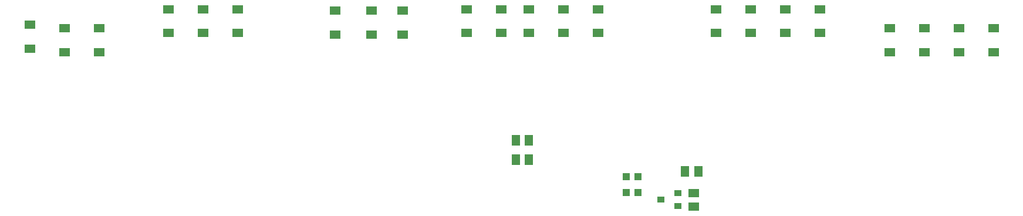
<source format=gbp>
%FSLAX42Y42*%
%MOMM*%
G71*
G01*
G75*
%ADD10C,0.30*%
%ADD11R,0.50X2.80*%
%ADD12R,2.10X1.30*%
%ADD13R,1.80X1.60*%
%ADD14C,0.40*%
%ADD15C,0.60*%
%ADD16C,0.50*%
%ADD17C,0.25*%
%ADD18C,2.00*%
%ADD19R,1.50X1.50*%
%ADD20O,1.40X1.50*%
%ADD21C,1.50*%
%ADD22C,1.40*%
%ADD23C,1.20*%
%ADD24C,0.90*%
%ADD25R,1.60X1.25*%
%ADD26R,1.10X1.00*%
%ADD27R,1.30X1.50*%
%ADD28R,1.00X0.85*%
%ADD29R,1.50X1.30*%
%ADD30R,1.00X0.50*%
%ADD31R,1.50X0.25*%
%ADD32C,0.80*%
%ADD33C,0.20*%
D25*
X1500Y-1055D02*
D03*
Y-1400D02*
D03*
X2000Y-1055D02*
D03*
Y-1400D02*
D03*
X3000Y-780D02*
D03*
Y-1125D02*
D03*
X3500Y-780D02*
D03*
Y-1125D02*
D03*
X4000Y-780D02*
D03*
Y-1125D02*
D03*
X5400Y-805D02*
D03*
Y-1150D02*
D03*
X5925Y-805D02*
D03*
Y-1150D02*
D03*
X6375Y-805D02*
D03*
Y-1150D02*
D03*
X7300Y-780D02*
D03*
Y-1125D02*
D03*
X7800Y-780D02*
D03*
Y-1125D02*
D03*
X8200Y-780D02*
D03*
Y-1125D02*
D03*
X8700Y-780D02*
D03*
Y-1125D02*
D03*
X9200Y-780D02*
D03*
Y-1125D02*
D03*
X10900Y-780D02*
D03*
Y-1125D02*
D03*
X11400Y-780D02*
D03*
Y-1125D02*
D03*
X11900Y-780D02*
D03*
Y-1125D02*
D03*
X12400Y-780D02*
D03*
Y-1125D02*
D03*
X13400Y-1055D02*
D03*
Y-1400D02*
D03*
X13900Y-1055D02*
D03*
Y-1400D02*
D03*
X14400Y-1055D02*
D03*
Y-1400D02*
D03*
X14900Y-1055D02*
D03*
Y-1400D02*
D03*
X1000Y-1350D02*
D03*
Y-1005D02*
D03*
D26*
X9775Y-3200D02*
D03*
X9605D02*
D03*
X9775Y-3425D02*
D03*
X9605D02*
D03*
D27*
X10640Y-3125D02*
D03*
X10450D02*
D03*
X8010Y-2950D02*
D03*
X8200D02*
D03*
X8010Y-2675D02*
D03*
X8200D02*
D03*
D28*
X10105Y-3525D02*
D03*
X10345Y-3620D02*
D03*
Y-3430D02*
D03*
D29*
X10575Y-3435D02*
D03*
Y-3625D02*
D03*
M02*

</source>
